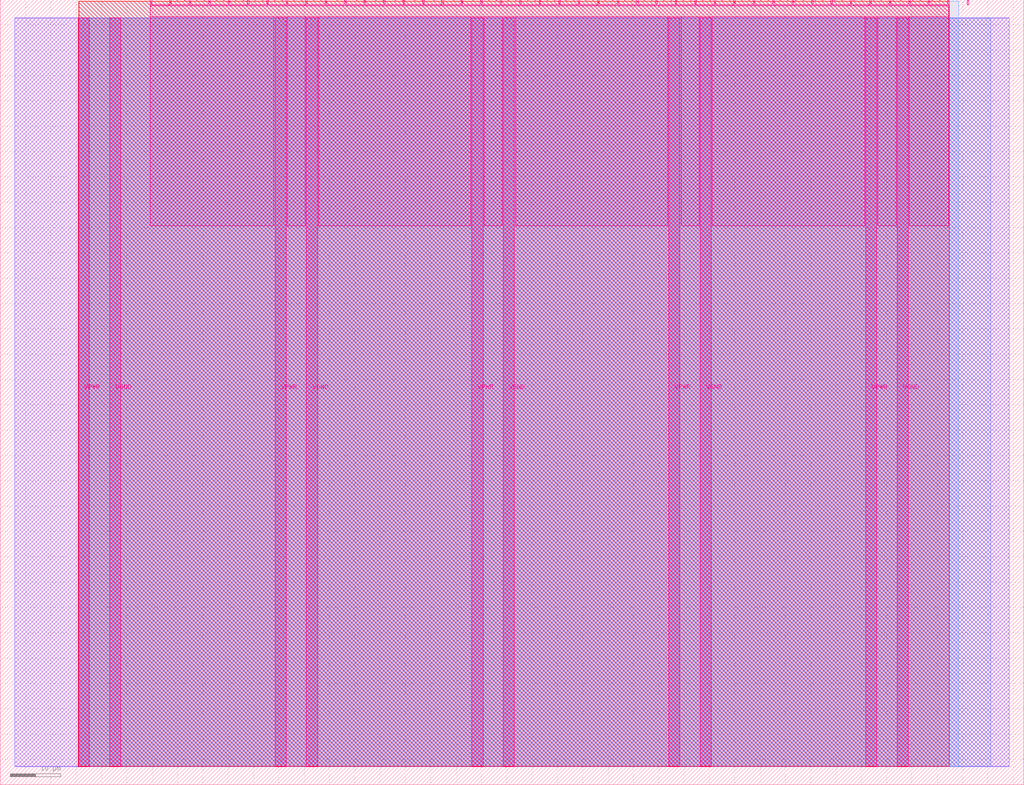
<source format=lef>
VERSION 5.7 ;
  NOWIREEXTENSIONATPIN ON ;
  DIVIDERCHAR "/" ;
  BUSBITCHARS "[]" ;
MACRO tt_um_delta_liafn
  CLASS BLOCK ;
  FOREIGN tt_um_delta_liafn ;
  ORIGIN 0.000 0.000 ;
  SIZE 202.080 BY 154.980 ;
  PIN VGND
    DIRECTION INOUT ;
    USE GROUND ;
    PORT
      LAYER Metal5 ;
        RECT 21.580 3.560 23.780 151.420 ;
    END
    PORT
      LAYER Metal5 ;
        RECT 60.450 3.560 62.650 151.420 ;
    END
    PORT
      LAYER Metal5 ;
        RECT 99.320 3.560 101.520 151.420 ;
    END
    PORT
      LAYER Metal5 ;
        RECT 138.190 3.560 140.390 151.420 ;
    END
    PORT
      LAYER Metal5 ;
        RECT 177.060 3.560 179.260 151.420 ;
    END
  END VGND
  PIN VPWR
    DIRECTION INOUT ;
    USE POWER ;
    PORT
      LAYER Metal5 ;
        RECT 15.380 3.560 17.580 151.420 ;
    END
    PORT
      LAYER Metal5 ;
        RECT 54.250 3.560 56.450 151.420 ;
    END
    PORT
      LAYER Metal5 ;
        RECT 93.120 3.560 95.320 151.420 ;
    END
    PORT
      LAYER Metal5 ;
        RECT 131.990 3.560 134.190 151.420 ;
    END
    PORT
      LAYER Metal5 ;
        RECT 170.860 3.560 173.060 151.420 ;
    END
  END VPWR
  PIN clk
    DIRECTION INPUT ;
    USE SIGNAL ;
    ANTENNAGATEAREA 0.213200 ;
    PORT
      LAYER Metal5 ;
        RECT 187.050 153.980 187.350 154.980 ;
    END
  END clk
  PIN ena
    DIRECTION INPUT ;
    USE SIGNAL ;
    PORT
      LAYER Metal5 ;
        RECT 190.890 153.980 191.190 154.980 ;
    END
  END ena
  PIN rst_n
    DIRECTION INPUT ;
    USE SIGNAL ;
    ANTENNAGATEAREA 0.426400 ;
    PORT
      LAYER Metal5 ;
        RECT 183.210 153.980 183.510 154.980 ;
    END
  END rst_n
  PIN ui_in[0]
    DIRECTION INPUT ;
    USE SIGNAL ;
    ANTENNAGATEAREA 0.180700 ;
    PORT
      LAYER Metal5 ;
        RECT 179.370 153.980 179.670 154.980 ;
    END
  END ui_in[0]
  PIN ui_in[1]
    DIRECTION INPUT ;
    USE SIGNAL ;
    ANTENNAGATEAREA 0.180700 ;
    PORT
      LAYER Metal5 ;
        RECT 175.530 153.980 175.830 154.980 ;
    END
  END ui_in[1]
  PIN ui_in[2]
    DIRECTION INPUT ;
    USE SIGNAL ;
    ANTENNAGATEAREA 0.180700 ;
    PORT
      LAYER Metal5 ;
        RECT 171.690 153.980 171.990 154.980 ;
    END
  END ui_in[2]
  PIN ui_in[3]
    DIRECTION INPUT ;
    USE SIGNAL ;
    ANTENNAGATEAREA 0.180700 ;
    PORT
      LAYER Metal5 ;
        RECT 167.850 153.980 168.150 154.980 ;
    END
  END ui_in[3]
  PIN ui_in[4]
    DIRECTION INPUT ;
    USE SIGNAL ;
    ANTENNAGATEAREA 0.180700 ;
    PORT
      LAYER Metal5 ;
        RECT 164.010 153.980 164.310 154.980 ;
    END
  END ui_in[4]
  PIN ui_in[5]
    DIRECTION INPUT ;
    USE SIGNAL ;
    ANTENNAGATEAREA 0.180700 ;
    PORT
      LAYER Metal5 ;
        RECT 160.170 153.980 160.470 154.980 ;
    END
  END ui_in[5]
  PIN ui_in[6]
    DIRECTION INPUT ;
    USE SIGNAL ;
    ANTENNAGATEAREA 0.180700 ;
    PORT
      LAYER Metal5 ;
        RECT 156.330 153.980 156.630 154.980 ;
    END
  END ui_in[6]
  PIN ui_in[7]
    DIRECTION INPUT ;
    USE SIGNAL ;
    ANTENNAGATEAREA 0.180700 ;
    PORT
      LAYER Metal5 ;
        RECT 152.490 153.980 152.790 154.980 ;
    END
  END ui_in[7]
  PIN uio_in[0]
    DIRECTION INPUT ;
    USE SIGNAL ;
    PORT
      LAYER Metal5 ;
        RECT 148.650 153.980 148.950 154.980 ;
    END
  END uio_in[0]
  PIN uio_in[1]
    DIRECTION INPUT ;
    USE SIGNAL ;
    PORT
      LAYER Metal5 ;
        RECT 144.810 153.980 145.110 154.980 ;
    END
  END uio_in[1]
  PIN uio_in[2]
    DIRECTION INPUT ;
    USE SIGNAL ;
    PORT
      LAYER Metal5 ;
        RECT 140.970 153.980 141.270 154.980 ;
    END
  END uio_in[2]
  PIN uio_in[3]
    DIRECTION INPUT ;
    USE SIGNAL ;
    PORT
      LAYER Metal5 ;
        RECT 137.130 153.980 137.430 154.980 ;
    END
  END uio_in[3]
  PIN uio_in[4]
    DIRECTION INPUT ;
    USE SIGNAL ;
    PORT
      LAYER Metal5 ;
        RECT 133.290 153.980 133.590 154.980 ;
    END
  END uio_in[4]
  PIN uio_in[5]
    DIRECTION INPUT ;
    USE SIGNAL ;
    PORT
      LAYER Metal5 ;
        RECT 129.450 153.980 129.750 154.980 ;
    END
  END uio_in[5]
  PIN uio_in[6]
    DIRECTION INPUT ;
    USE SIGNAL ;
    PORT
      LAYER Metal5 ;
        RECT 125.610 153.980 125.910 154.980 ;
    END
  END uio_in[6]
  PIN uio_in[7]
    DIRECTION INPUT ;
    USE SIGNAL ;
    PORT
      LAYER Metal5 ;
        RECT 121.770 153.980 122.070 154.980 ;
    END
  END uio_in[7]
  PIN uio_oe[0]
    DIRECTION OUTPUT ;
    USE SIGNAL ;
    ANTENNADIFFAREA 0.392700 ;
    PORT
      LAYER Metal5 ;
        RECT 56.490 153.980 56.790 154.980 ;
    END
  END uio_oe[0]
  PIN uio_oe[1]
    DIRECTION OUTPUT ;
    USE SIGNAL ;
    ANTENNADIFFAREA 0.392700 ;
    PORT
      LAYER Metal5 ;
        RECT 52.650 153.980 52.950 154.980 ;
    END
  END uio_oe[1]
  PIN uio_oe[2]
    DIRECTION OUTPUT ;
    USE SIGNAL ;
    ANTENNADIFFAREA 0.392700 ;
    PORT
      LAYER Metal5 ;
        RECT 48.810 153.980 49.110 154.980 ;
    END
  END uio_oe[2]
  PIN uio_oe[3]
    DIRECTION OUTPUT ;
    USE SIGNAL ;
    ANTENNADIFFAREA 0.392700 ;
    PORT
      LAYER Metal5 ;
        RECT 44.970 153.980 45.270 154.980 ;
    END
  END uio_oe[3]
  PIN uio_oe[4]
    DIRECTION OUTPUT ;
    USE SIGNAL ;
    ANTENNADIFFAREA 0.392700 ;
    PORT
      LAYER Metal5 ;
        RECT 41.130 153.980 41.430 154.980 ;
    END
  END uio_oe[4]
  PIN uio_oe[5]
    DIRECTION OUTPUT ;
    USE SIGNAL ;
    ANTENNADIFFAREA 0.392700 ;
    PORT
      LAYER Metal5 ;
        RECT 37.290 153.980 37.590 154.980 ;
    END
  END uio_oe[5]
  PIN uio_oe[6]
    DIRECTION OUTPUT ;
    USE SIGNAL ;
    ANTENNADIFFAREA 0.392700 ;
    PORT
      LAYER Metal5 ;
        RECT 33.450 153.980 33.750 154.980 ;
    END
  END uio_oe[6]
  PIN uio_oe[7]
    DIRECTION OUTPUT ;
    USE SIGNAL ;
    ANTENNADIFFAREA 0.392700 ;
    PORT
      LAYER Metal5 ;
        RECT 29.610 153.980 29.910 154.980 ;
    END
  END uio_oe[7]
  PIN uio_out[0]
    DIRECTION OUTPUT ;
    USE SIGNAL ;
    ANTENNADIFFAREA 0.988000 ;
    PORT
      LAYER Metal5 ;
        RECT 87.210 153.980 87.510 154.980 ;
    END
  END uio_out[0]
  PIN uio_out[1]
    DIRECTION OUTPUT ;
    USE SIGNAL ;
    ANTENNADIFFAREA 0.988000 ;
    PORT
      LAYER Metal5 ;
        RECT 83.370 153.980 83.670 154.980 ;
    END
  END uio_out[1]
  PIN uio_out[2]
    DIRECTION OUTPUT ;
    USE SIGNAL ;
    ANTENNADIFFAREA 0.988000 ;
    PORT
      LAYER Metal5 ;
        RECT 79.530 153.980 79.830 154.980 ;
    END
  END uio_out[2]
  PIN uio_out[3]
    DIRECTION OUTPUT ;
    USE SIGNAL ;
    ANTENNADIFFAREA 0.988000 ;
    PORT
      LAYER Metal5 ;
        RECT 75.690 153.980 75.990 154.980 ;
    END
  END uio_out[3]
  PIN uio_out[4]
    DIRECTION OUTPUT ;
    USE SIGNAL ;
    ANTENNADIFFAREA 0.988000 ;
    PORT
      LAYER Metal5 ;
        RECT 71.850 153.980 72.150 154.980 ;
    END
  END uio_out[4]
  PIN uio_out[5]
    DIRECTION OUTPUT ;
    USE SIGNAL ;
    ANTENNADIFFAREA 0.988000 ;
    PORT
      LAYER Metal5 ;
        RECT 68.010 153.980 68.310 154.980 ;
    END
  END uio_out[5]
  PIN uio_out[6]
    DIRECTION OUTPUT ;
    USE SIGNAL ;
    ANTENNADIFFAREA 0.632400 ;
    PORT
      LAYER Metal5 ;
        RECT 64.170 153.980 64.470 154.980 ;
    END
  END uio_out[6]
  PIN uio_out[7]
    DIRECTION OUTPUT ;
    USE SIGNAL ;
    ANTENNAGATEAREA 0.241800 ;
    ANTENNADIFFAREA 0.733200 ;
    PORT
      LAYER Metal5 ;
        RECT 60.330 153.980 60.630 154.980 ;
    END
  END uio_out[7]
  PIN uo_out[0]
    DIRECTION OUTPUT ;
    USE SIGNAL ;
    ANTENNAGATEAREA 0.531700 ;
    ANTENNADIFFAREA 0.632400 ;
    PORT
      LAYER Metal5 ;
        RECT 117.930 153.980 118.230 154.980 ;
    END
  END uo_out[0]
  PIN uo_out[1]
    DIRECTION OUTPUT ;
    USE SIGNAL ;
    ANTENNAGATEAREA 0.724100 ;
    ANTENNADIFFAREA 0.632400 ;
    PORT
      LAYER Metal5 ;
        RECT 114.090 153.980 114.390 154.980 ;
    END
  END uo_out[1]
  PIN uo_out[2]
    DIRECTION OUTPUT ;
    USE SIGNAL ;
    ANTENNAGATEAREA 1.420900 ;
    ANTENNADIFFAREA 0.632400 ;
    PORT
      LAYER Metal5 ;
        RECT 110.250 153.980 110.550 154.980 ;
    END
  END uo_out[2]
  PIN uo_out[3]
    DIRECTION OUTPUT ;
    USE SIGNAL ;
    ANTENNAGATEAREA 1.580800 ;
    ANTENNADIFFAREA 0.632400 ;
    PORT
      LAYER Metal5 ;
        RECT 106.410 153.980 106.710 154.980 ;
    END
  END uo_out[3]
  PIN uo_out[4]
    DIRECTION OUTPUT ;
    USE SIGNAL ;
    ANTENNAGATEAREA 1.158300 ;
    ANTENNADIFFAREA 0.632400 ;
    PORT
      LAYER Metal5 ;
        RECT 102.570 153.980 102.870 154.980 ;
    END
  END uo_out[4]
  PIN uo_out[5]
    DIRECTION OUTPUT ;
    USE SIGNAL ;
    ANTENNAGATEAREA 0.925600 ;
    ANTENNADIFFAREA 0.632400 ;
    PORT
      LAYER Metal5 ;
        RECT 98.730 153.980 99.030 154.980 ;
    END
  END uo_out[5]
  PIN uo_out[6]
    DIRECTION OUTPUT ;
    USE SIGNAL ;
    ANTENNAGATEAREA 1.723800 ;
    ANTENNADIFFAREA 0.632400 ;
    PORT
      LAYER Metal5 ;
        RECT 94.890 153.980 95.190 154.980 ;
    END
  END uo_out[6]
  PIN uo_out[7]
    DIRECTION OUTPUT ;
    USE SIGNAL ;
    ANTENNAGATEAREA 1.211600 ;
    ANTENNADIFFAREA 0.632400 ;
    PORT
      LAYER Metal5 ;
        RECT 91.050 153.980 91.350 154.980 ;
    END
  END uo_out[7]
  OBS
      LAYER GatPoly ;
        RECT 2.880 3.630 199.200 151.350 ;
      LAYER Metal1 ;
        RECT 2.880 3.560 199.200 151.420 ;
      LAYER Metal2 ;
        RECT 15.515 3.680 195.505 151.300 ;
      LAYER Metal3 ;
        RECT 15.560 3.635 189.220 154.705 ;
      LAYER Metal4 ;
        RECT 15.515 3.680 187.345 154.660 ;
      LAYER Metal5 ;
        RECT 30.120 153.770 33.240 153.980 ;
        RECT 33.960 153.770 37.080 153.980 ;
        RECT 37.800 153.770 40.920 153.980 ;
        RECT 41.640 153.770 44.760 153.980 ;
        RECT 45.480 153.770 48.600 153.980 ;
        RECT 49.320 153.770 52.440 153.980 ;
        RECT 53.160 153.770 56.280 153.980 ;
        RECT 57.000 153.770 60.120 153.980 ;
        RECT 60.840 153.770 63.960 153.980 ;
        RECT 64.680 153.770 67.800 153.980 ;
        RECT 68.520 153.770 71.640 153.980 ;
        RECT 72.360 153.770 75.480 153.980 ;
        RECT 76.200 153.770 79.320 153.980 ;
        RECT 80.040 153.770 83.160 153.980 ;
        RECT 83.880 153.770 87.000 153.980 ;
        RECT 87.720 153.770 90.840 153.980 ;
        RECT 91.560 153.770 94.680 153.980 ;
        RECT 95.400 153.770 98.520 153.980 ;
        RECT 99.240 153.770 102.360 153.980 ;
        RECT 103.080 153.770 106.200 153.980 ;
        RECT 106.920 153.770 110.040 153.980 ;
        RECT 110.760 153.770 113.880 153.980 ;
        RECT 114.600 153.770 117.720 153.980 ;
        RECT 118.440 153.770 121.560 153.980 ;
        RECT 122.280 153.770 125.400 153.980 ;
        RECT 126.120 153.770 129.240 153.980 ;
        RECT 129.960 153.770 133.080 153.980 ;
        RECT 133.800 153.770 136.920 153.980 ;
        RECT 137.640 153.770 140.760 153.980 ;
        RECT 141.480 153.770 144.600 153.980 ;
        RECT 145.320 153.770 148.440 153.980 ;
        RECT 149.160 153.770 152.280 153.980 ;
        RECT 153.000 153.770 156.120 153.980 ;
        RECT 156.840 153.770 159.960 153.980 ;
        RECT 160.680 153.770 163.800 153.980 ;
        RECT 164.520 153.770 167.640 153.980 ;
        RECT 168.360 153.770 171.480 153.980 ;
        RECT 172.200 153.770 175.320 153.980 ;
        RECT 176.040 153.770 179.160 153.980 ;
        RECT 179.880 153.770 183.000 153.980 ;
        RECT 183.720 153.770 186.840 153.980 ;
        RECT 29.660 151.630 187.300 153.770 ;
        RECT 29.660 110.315 54.040 151.630 ;
        RECT 56.660 110.315 60.240 151.630 ;
        RECT 62.860 110.315 92.910 151.630 ;
        RECT 95.530 110.315 99.110 151.630 ;
        RECT 101.730 110.315 131.780 151.630 ;
        RECT 134.400 110.315 137.980 151.630 ;
        RECT 140.600 110.315 170.650 151.630 ;
        RECT 173.270 110.315 176.850 151.630 ;
        RECT 179.470 110.315 187.300 151.630 ;
  END
END tt_um_delta_liafn
END LIBRARY


</source>
